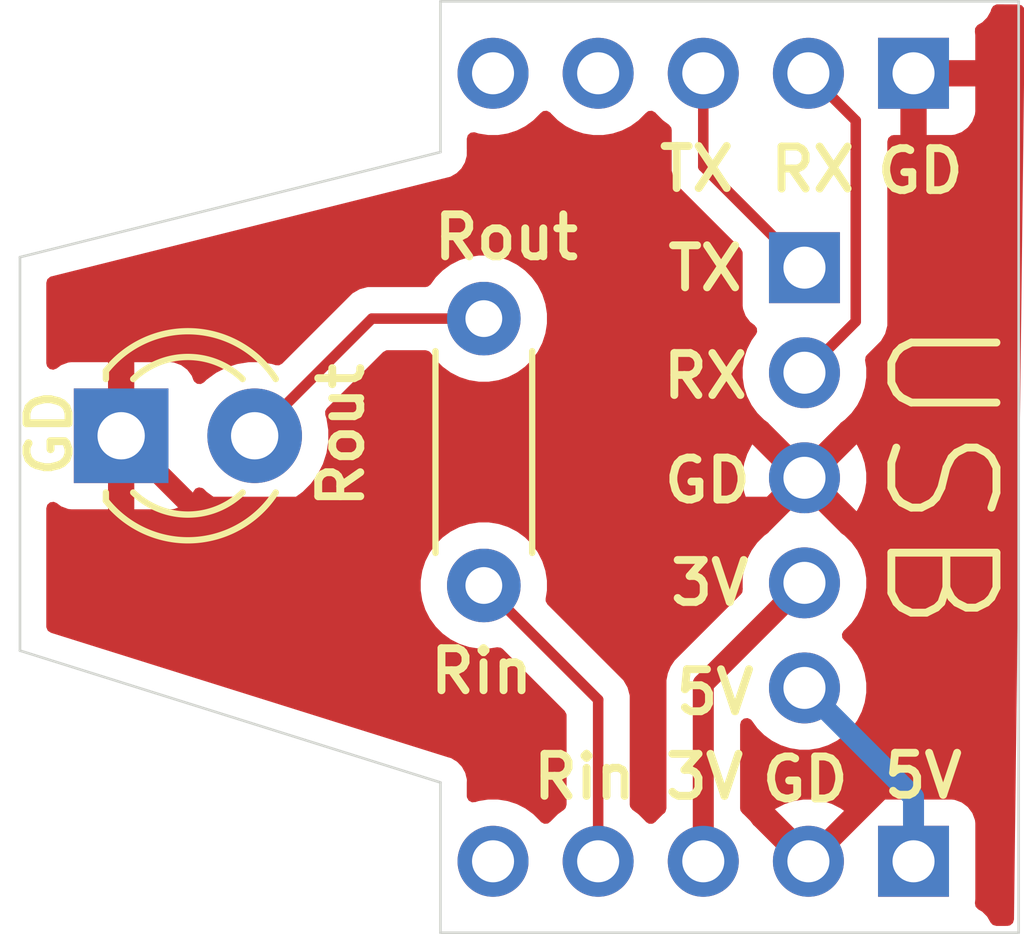
<source format=kicad_pcb>
(kicad_pcb (version 20241229) (generator "pcbnew") (generator_version "9.0")
  (layers (0 "F.Cu" signal) (2 "B.Cu" signal) (13 "F.Paste" user) (15 "B.Paste" user) (5 "F.SilkS" user "F.Silkscreen") (7 "B.SilkS" user "B.Silkscreen") (1 "F.Mask" user) (3 "B.Mask" user) (25 "Edge.Cuts" user))
  (net 0 "")
  (net 1 "/GND")
  (net 2 "/3V3")
  (net 3 "/RX1")
  (net 4 "/TX1")
  (net 5 "/5V")
  (net 8 "Net-(D1-A)")
  (net 9 "/LED")
  (footprint "Connector_PinSocket_2.00mm:PinSocket_1x05_P2.00mm_Vertical" (layer "F.Cu") (at 162 91 -90)
    (property "Reference" "J5" (hide yes))
    (property "Value" "Conn_01x08" (hide yes))
    (pad "1" thru_hole rect (at 0 0 270) (size 1.35 1.35) (drill 0.8) (layers "*.Cu" "*.Mask") (net 5 "/5V"))
    (pad "2" thru_hole circle (at 0 2 270) (size 1.35 1.35) (drill 0.8) (layers "*.Cu" "*.Mask") (net 1 "/GND"))
    (pad "3" thru_hole circle (at 0 4 270) (size 1.35 1.35) (drill 0.8) (layers "*.Cu" "*.Mask") (net 2 "/3V3"))
    (pad "4" thru_hole circle (at 0 6 270) (size 1.35 1.35) (drill 0.8) (layers "*.Cu" "*.Mask") (net 9 "/LED"))
    (pad "5" thru_hole circle (at 0 8 270) (size 1.35 1.35) (drill 0.8) (layers "*.Cu" "*.Mask"))
  )
  (footprint "LED_THT:LED_D3.0mm_FlatTop" (layer "F.Cu") (at 146.925 82.9)
    (property "Reference" "D1" (hide yes))
    (property "Value" "LED")
    (fp_line (start -0.29 -1.236) (end -0.29 -1.08) (stroke (width 0.12)) (layer "F.SilkS"))
    (fp_line (start -0.29 1.08) (end -0.29 1.236) (stroke (width 0.12)) (layer "F.SilkS"))
    (fp_arc (start -0.29 -1.235516) (mid 1.36566 -1.987699) (end 2.941437 -1.08) (stroke (width 0.12)) (layer "F.SilkS"))
    (fp_arc (start 0.229039 -1.08) (mid 1.27 -1.5) (end 2.310961 -1.08) (stroke (width 0.12)) (layer "F.SilkS"))
    (fp_arc (start 2.310961 1.08) (mid 1.27 1.5) (end 0.229039 1.08) (stroke (width 0.12)) (layer "F.SilkS"))
    (fp_arc (start 2.941437 1.08) (mid 1.36566 1.987699) (end -0.29 1.235516) (stroke (width 0.12)) (layer "F.SilkS"))
    (pad "1" thru_hole rect (at 0 0) (size 1.8 1.8) (drill 0.9) (layers "*.Cu" "*.Mask") (net 1 "/GND"))
    (pad "2" thru_hole circle (at 2.54 0) (size 1.8 1.8) (drill 0.9) (layers "*.Cu" "*.Mask") (net 8 "Net-(D1-A)"))
  )
  (footprint "Connector_PinSocket_2.00mm:PinSocket_1x05_P2.00mm_Vertical" (layer "F.Cu") (at 162 76 -90)
    (property "Reference" "J4" (hide yes))
    (property "Value" "Conn_01x08" (hide yes))
    (pad "1" thru_hole rect (at 0 0 270) (size 1.35 1.35) (drill 0.8) (layers "*.Cu" "*.Mask") (net 1 "/GND"))
    (pad "2" thru_hole circle (at 0 2 270) (size 1.35 1.35) (drill 0.8) (layers "*.Cu" "*.Mask") (net 3 "/RX1"))
    (pad "3" thru_hole circle (at 0 4 270) (size 1.35 1.35) (drill 0.8) (layers "*.Cu" "*.Mask") (net 4 "/TX1"))
    (pad "4" thru_hole circle (at 0 6 270) (size 1.35 1.35) (drill 0.8) (layers "*.Cu" "*.Mask"))
    (pad "5" thru_hole circle (at 0 8 270) (size 1.35 1.35) (drill 0.8) (layers "*.Cu" "*.Mask"))
  )
  (footprint "Resistor_THT:R_Axial_DIN0204_L3.6mm_D1.6mm_P5.08mm_Horizontal" (layer "F.Cu") (at 153.825 80.67 -90)
    (property "Reference" "R1" (hide yes))
    (property "Value" "R" (hide yes))
    (fp_line (start 0.62 0.92) (end 4.46 0.92) (stroke (width 0.12)) (layer "F.SilkS"))
    (fp_line (start 0.62 -0.92) (end 4.46 -0.92) (stroke (width 0.12)) (layer "F.SilkS"))
    (pad "1" thru_hole circle (at 0 0 270) (size 1.4 1.4) (drill 0.7) (layers "*.Cu" "*.Mask") (net 8 "Net-(D1-A)"))
    (pad "2" thru_hole circle (at 5.08 0 270) (size 1.4 1.4) (drill 0.7) (layers "*.Cu" "*.Mask") (net 9 "/LED"))
  )
  (footprint "Connector_PinSocket_2.00mm:PinSocket_1x05_P2.00mm_Vertical" (layer "F.Cu") (at 159.925 79.7)
    (property "Reference" "J3" (hide yes))
    (property "Value" "Conn_01x05_Socket" (hide yes))
    (pad "1" thru_hole rect (at 0 0) (size 1.35 1.35) (drill 0.8) (layers "*.Cu" "*.Mask") (net 4 "/TX1"))
    (pad "2" thru_hole circle (at 0 2) (size 1.35 1.35) (drill 0.8) (layers "*.Cu" "*.Mask") (net 3 "/RX1"))
    (pad "3" thru_hole circle (at 0 4) (size 1.35 1.35) (drill 0.8) (layers "*.Cu" "*.Mask") (net 1 "/GND"))
    (pad "4" thru_hole circle (at 0 6) (size 1.35 1.35) (drill 0.8) (layers "*.Cu" "*.Mask") (net 2 "/3V3"))
    (pad "5" thru_hole circle (at 0 8) (size 1.35 1.35) (drill 0.8) (layers "*.Cu" "*.Mask") (net 5 "/5V"))
  )
  (gr_line (start 145 79.5) (end 145 86.99) (stroke (width 0.05)) (layer "Edge.Cuts"))
  (gr_line (start 164 74.63) (end 164 92.36) (stroke (width 0.05)) (layer "Edge.Cuts"))
  (gr_line (start 153 89.5) (end 153 92.36) (stroke (width 0.05)) (layer "Edge.Cuts"))
  (gr_line (start 153 74.63) (end 153 77.5) (stroke (width 0.05)) (layer "Edge.Cuts"))
  (gr_line (start 153 92.36) (end 164 92.36) (stroke (width 0.05)) (layer "Edge.Cuts"))
  (gr_line (start 153 77.5) (end 145 79.5) (stroke (width 0.05)) (layer "Edge.Cuts"))
  (gr_line (start 153 74.63) (end 164 74.63) (stroke (width 0.05)) (layer "Edge.Cuts"))
  (gr_line (start 145 86.99) (end 153 89.5) (stroke (width 0.05)) (layer "Edge.Cuts"))
  (gr_text "Rin" (at 152.73 87.85 0) (layer "F.SilkS") (effects (font (size 0.8 0.8)) (justify left bottom)))
  (gr_text "RX" (at 157.16 82.23 0) (layer "F.SilkS") (effects (font (size 0.8 0.8)) (justify left bottom)))
  (gr_text "Rout" (at 152.8 79.59 0) (layer "F.SilkS") (effects (font (size 0.8 0.8)) (justify left bottom)))
  (gr_text "3V" (at 157.2 89.86 0) (layer "F.SilkS") (effects (font (size 0.8 0.8)) (justify left bottom)))
  (gr_text "USB" (at 161.325 80.55 270) (layer "F.SilkS") (effects (font (size 2 2)) (justify left bottom)))
  (gr_text "GD" (at 146.03 83.75 90) (layer "F.SilkS") (effects (font (size 0.8 0.8)) (justify left bottom)))
  (gr_text "RX" (at 159.2 78.3 0) (layer "F.SilkS") (effects (font (size 0.8 0.8)) (justify left bottom)))
  (gr_text "GD" (at 161.23 78.33 0) (layer "F.SilkS") (effects (font (size 0.8 0.8)) (justify left bottom)))
  (gr_text "Rout" (at 151.58 84.34 90) (layer "F.SilkS") (effects (font (size 0.8 0.8)) (justify left bottom)))
  (gr_text "TX" (at 157.09 78.29 0) (layer "F.SilkS") (effects (font (size 0.8 0.8)) (justify left bottom)))
  (gr_text "3V" (at 157.3 86.17 0) (layer "F.SilkS") (effects (font (size 0.8 0.8)) (justify left bottom)))
  (gr_text "GD" (at 159.04 89.91 0) (layer "F.SilkS") (effects (font (size 0.8 0.8)) (justify left bottom)))
  (gr_text "Rin" (at 154.69 89.86 0) (layer "F.SilkS") (effects (font (size 0.8 0.8)) (justify left bottom)))
  (gr_text "5V" (at 157.4 88.25 0) (layer "F.SilkS") (effects (font (size 0.8 0.8)) (justify left bottom)))
  (gr_text "GD" (at 157.18 84.22 0) (layer "F.SilkS") (effects (font (size 0.8 0.8)) (justify left bottom)))
  (gr_text "5V" (at 161.36 89.84 0) (layer "F.SilkS") (effects (font (size 0.8 0.8)) (justify left bottom)))
  (gr_text "TX" (at 157.25 80.18 0) (layer "F.SilkS") (effects (font (size 0.8 0.8)) (justify left bottom)))
  (segment (start 159.925 83.7) (end 159.365 84.26) (width 0.4) (layer "F.Cu") (net 1))
  (segment (start 148.285 84.26) (end 146.925 82.9) (width 0.4) (layer "F.Cu") (net 1))
  (segment (start 162 81.625) (end 159.925 83.7) (width 0.4) (layer "F.Cu") (net 1))
  (segment (start 162 76) (end 162 81.625) (width 0.4) (layer "F.Cu") (net 1))
  (segment (start 159.925 83.7) (end 161.92 85.695) (width 0.4) (layer "F.Cu") (net 1))
  (segment (start 161.92 89.08) (end 160 91) (width 0.4) (layer "F.Cu") (net 1))
  (segment (start 161.92 85.695) (end 161.92 89.08) (width 0.4) (layer "F.Cu") (net 1))
  (segment (start 159.365 84.26) (end 148.285 84.26) (width 0.4) (layer "F.Cu") (net 1))
  (segment (start 159.925 85.7) (end 158 87.625) (width 0.4) (layer "F.Cu") (net 2))
  (segment (start 158 87.625) (end 158 91) (width 0.4) (layer "F.Cu") (net 2))
  (segment (start 160 76) (end 160.901 76.901) (width 0.2) (layer "F.Cu") (net 3))
  (segment (start 160.901 76.901) (end 160.901 80.724) (width 0.2) (layer "F.Cu") (net 3))
  (segment (start 160.901 80.724) (end 159.925 81.7) (width 0.2) (layer "F.Cu") (net 3))
  (segment (start 158 77.775) (end 159.925 79.7) (width 0.2) (layer "F.Cu") (net 4))
  (segment (start 158 76) (end 158 77.775) (width 0.2) (layer "F.Cu") (net 4))
  (segment (start 162 89.775) (end 162 91) (width 0.4) (layer "B.Cu") (net 5))
  (segment (start 159.925 87.7) (end 162 89.775) (width 0.4) (layer "B.Cu") (net 5))
  (segment (start 153.825 80.67) (end 151.695 80.67) (width 0.2) (layer "F.Cu") (net 8))
  (segment (start 151.695 80.67) (end 149.465 82.9) (width 0.2) (layer "F.Cu") (net 8))
  (segment (start 153.825 85.75) (end 156 87.925) (width 0.2) (layer "F.Cu") (net 9))
  (segment (start 156 87.925) (end 156 91) (width 0.2) (layer "F.Cu") (net 9))
  (zone (net 1) (net_name "/GND") (layer "F.Cu") (connect_pads (clearance 0.5)) (min_thickness 0.25) (fill yes (thermal_gap 0.5) (thermal_bridge_width 0.5))
    (polygon (pts (xy 144.65 74.61) (xy 164.12 74.69) (xy 163.91 92.23) (xy 144.62 92.26)))
  )
)
</source>
